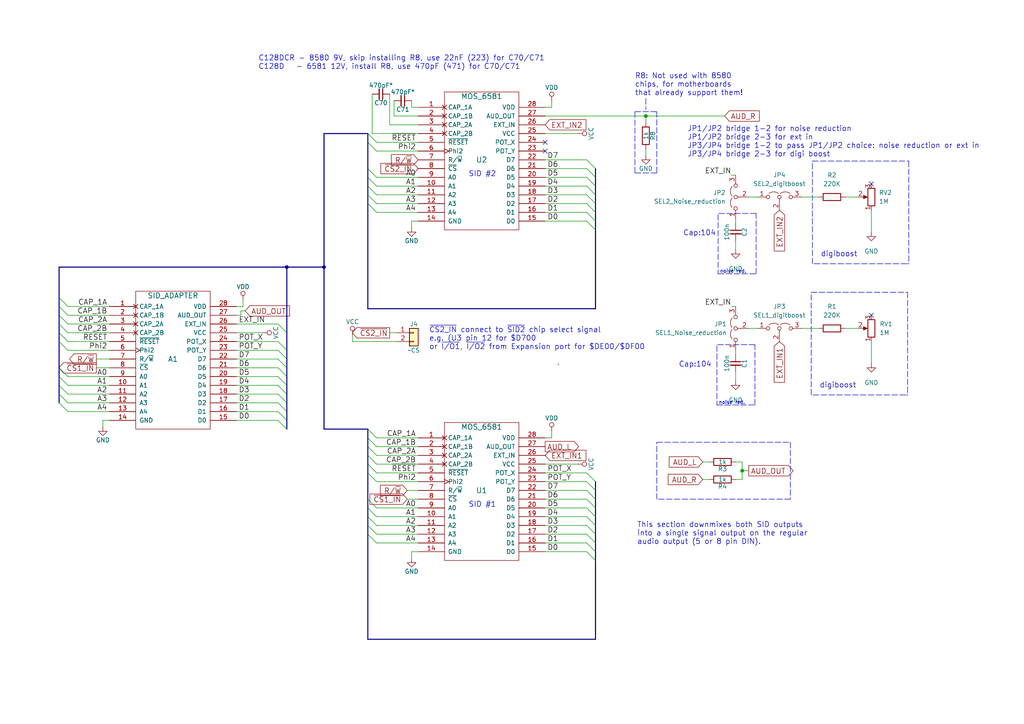
<source format=kicad_sch>
(kicad_sch (version 20211123) (generator eeschema)
  (paper "A4")
  (title_block (title "C128DCR DualSID") (date "2022-11-23") (rev "D") (company "YTM Enterprises") (comment 1 "and http://henning-liebenau.de/mixsid") (comment 2 "based on https://github.com/tebl/C64-Stereo-SID"))
  (lib_symbols
    (symbol "C64-Stereo-SID-rescue:C_Small" (pin_numbers hide) (pin_names (offset 0.254) hide)
      (property "Reference" "C" (at 0.254 1.778 0))
      (property "Value" "C_Small" (at 0.254 -2.032 0))
      (symbol "C_Small_0_1"
        (polyline (pts (xy -1.524 -0.508) (xy 1.524 -0.508)) (stroke (width 0.3302)))
        (polyline (pts (xy -1.524 0.508) (xy 1.524 0.508)) (stroke (width 0.3048)))
      )
      (symbol "C_Small_1_1"
        (pin passive line (at 0 2.54 270) (length 2.032) (name "~") (number "1"))
        (pin passive line (at 0 -2.54 90) (length 2.032) (name "~") (number "2"))
      )
    )
    (symbol "C64-Stereo-SID-rescue:Conn_01x02" (pin_names (offset 1.016) hide)
      (property "Reference" "J" (at 0 2.54 0))
      (property "Value" "Conn_01x02" (at 0 -5.08 0))
      (symbol "Conn_01x02_1_1"
        (rectangle (start -1.27 -2.413) (end 0 -2.667) (stroke (width 0.1524)))
        (rectangle (start -1.27 0.127) (end 0 -0.127) (stroke (width 0.1524)))
        (rectangle (start -1.27 1.27) (end 1.27 -3.81) (stroke (width 0.254)) (fill (type background)))
        (pin passive line (at -5.08 0 0) (length 3.81) (name "Pin_1") (number "1"))
        (pin passive line (at -5.08 -2.54 0) (length 3.81) (name "Pin_2") (number "2"))
      )
    )
    (symbol "C64-Stereo-SID-rescue:GND" (power) (pin_names (offset 0))
      (property "Value" "GND" (at 0 -3.81 0))
      (symbol "GND_0_1"
        (polyline (pts (xy 0 0) (xy 0 -1.27) (xy 1.27 -1.27) (xy 0 -2.54) (xy -1.27 -1.27) (xy 0 -1.27)))
      )
      (symbol "GND_1_1"
        (pin power_in line (at 0 0 270) (length 0) hide (name "GND") (number "1"))
      )
    )
    (symbol "C64-Stereo-SID-rescue:R" (pin_numbers hide) (pin_names (offset 0))
      (property "Reference" "R" (at 2.032 0 90))
      (property "Value" "R" (at 0 0 90))
      (symbol "R_0_1"
        (rectangle (start -1.016 -2.54) (end 1.016 2.54) (stroke (width 0.254)))
      )
      (symbol "R_1_1"
        (pin passive line (at 0 3.81 270) (length 1.27) (name "~") (number "1"))
        (pin passive line (at 0 -3.81 90) (length 1.27) (name "~") (number "2"))
      )
    )
    (symbol "C64-Stereo-SID-rescue:VCC" (power) (pin_names (offset 0))
      (property "Value" "VCC" (at 0 3.81 0))
      (symbol "VCC_0_1"
        (polyline (pts (xy 0 0) (xy 0 1.27)))
        (circle (center 0 1.905) (radius 0.635))
      )
      (symbol "VCC_1_1"
        (pin power_in line (at 0 0 90) (length 0) hide (name "VCC") (number "1"))
      )
    )
    (symbol "C64-Stereo-SID-rescue:VDD" (power) (pin_names (offset 0))
      (property "Value" "VDD" (at 0 3.81 0))
      (symbol "VDD_0_1"
        (polyline (pts (xy 0 0) (xy 0 1.27)))
        (circle (center 0 1.905) (radius 0.635))
      )
      (symbol "VDD_1_1"
        (pin power_in line (at 0 0 90) (length 0) hide (name "VDD") (number "1"))
      )
    )
    (symbol "Device:R" (pin_numbers hide) (pin_names (offset 0))
      (property "Reference" "R" (at 2.032 0 90))
      (property "Value" "R" (at 0 0 90))
      (symbol "R_0_1"
        (rectangle (start -1.016 -2.54) (end 1.016 2.54) (stroke (width 0.254)))
      )
      (symbol "R_1_1"
        (pin passive line (at 0 3.81 270) (length 1.27) (name "~") (number "1"))
        (pin passive line (at 0 -3.81 90) (length 1.27) (name "~") (number "2"))
      )
    )
    (symbol "Device:R_Potentiometer" (pin_names (offset 1.016) hide)
      (property "Reference" "RV" (at -4.445 0 90))
      (property "Value" "R_Potentiometer" (at -2.54 0 90))
      (symbol "R_Potentiometer_0_1"
        (polyline (pts (xy 2.54 0) (xy 1.524 0)))
        (polyline (pts (xy 1.143 0) (xy 2.286 0.508) (xy 2.286 -0.508) (xy 1.143 0)) (fill (type outline)))
        (rectangle (start 1.016 2.54) (end -1.016 -2.54) (stroke (width 0.254)))
      )
      (symbol "R_Potentiometer_1_1"
        (pin passive line (at 0 3.81 270) (length 1.27) (name "1") (number "1"))
        (pin passive line (at 3.81 0 180) (length 1.27) (name "2") (number "2"))
        (pin passive line (at 0 -3.81 90) (length 1.27) (name "3") (number "3"))
      )
    )
    (symbol "Jumper:Jumper_3_Open" (pin_names (offset 0) hide)
      (property "Reference" "JP" (at -2.54 -2.54 0))
      (property "Value" "Jumper_3_Open" (at 0 2.794 0))
      (symbol "Jumper_3_Open_0_0"
        (circle (center -3.302 0) (radius 0.508))
        (circle (center 0 0) (radius 0.508))
        (circle (center 3.302 0) (radius 0.508))
      )
      (symbol "Jumper_3_Open_0_1"
        (arc (start -0.254 1.016) (mid -1.651 1.4992) (end -3.048 1.016))
        (polyline (pts (xy 0 -0.508) (xy 0 -1.27)))
        (arc (start 3.048 1.016) (mid 1.651 1.4992) (end 0.254 1.016))
      )
      (symbol "Jumper_3_Open_1_1"
        (pin passive line (at -6.35 0 0) (length 2.54) (name "A") (number "1"))
        (pin passive line (at 0 -3.81 90) (length 2.54) (name "C") (number "2"))
        (pin passive line (at 6.35 0 180) (length 2.54) (name "B") (number "3"))
      )
    )
    (symbol "mos_6581:MOS_6581" (pin_names (offset 1.016))
      (property "Reference" "U" (at 0 -7.62 0))
      (property "Value" "MOS_6581" (at 0 10.795 0))
      (symbol "MOS_6581_0_1"
        (rectangle (start -10.795 12.065) (end 10.795 -27.94))
      )
      (symbol "MOS_6581_1_1"
        (pin passive non_logic (at -18.415 7.62 0) (length 7.62) (name "CAP_1A") (number "1"))
        (pin input line (at -18.415 -15.24 0) (length 7.62) (name "A1") (number "10"))
        (pin input line (at -18.415 -17.78 0) (length 7.62) (name "A2") (number "11"))
        (pin input line (at -18.415 -20.32 0) (length 7.62) (name "A3") (number "12"))
        (pin input line (at -18.415 -22.86 0) (length 7.62) (name "A4") (number "13"))
        (pin power_in line (at -18.415 -25.4 0) (length 7.62) (name "GND") (number "14"))
        (pin bidirectional line (at 18.415 -25.4 180) (length 7.62) (name "D0") (number "15"))
        (pin bidirectional line (at 18.415 -22.86 180) (length 7.62) (name "D1") (number "16"))
        (pin bidirectional line (at 18.415 -20.32 180) (length 7.62) (name "D2") (number "17"))
        (pin bidirectional line (at 18.415 -17.78 180) (length 7.62) (name "D3") (number "18"))
        (pin bidirectional line (at 18.415 -15.24 180) (length 7.62) (name "D4") (number "19"))
        (pin passive non_logic (at -18.415 5.08 0) (length 7.62) (name "CAP_1B") (number "2"))
        (pin bidirectional line (at 18.415 -12.7 180) (length 7.62) (name "D5") (number "20"))
        (pin bidirectional line (at 18.415 -10.16 180) (length 7.62) (name "D6") (number "21"))
        (pin bidirectional line (at 18.415 -7.62 180) (length 7.62) (name "D7") (number "22"))
        (pin input line (at 18.415 -5.08 180) (length 7.62) (name "POT_Y") (number "23"))
        (pin input line (at 18.415 -2.54 180) (length 7.62) (name "POT_X") (number "24"))
        (pin power_in line (at 18.415 0 180) (length 7.62) (name "VCC") (number "25"))
        (pin input line (at 18.415 2.54 180) (length 7.62) (name "EXT_IN") (number "26"))
        (pin output line (at 18.415 5.08 180) (length 7.62) (name "AUD_OUT") (number "27"))
        (pin power_in line (at 18.415 7.62 180) (length 7.62) (name "VDD") (number "28"))
        (pin passive non_logic (at -18.415 2.54 0) (length 7.62) (name "CAP_2A") (number "3"))
        (pin passive non_logic (at -18.415 0 0) (length 7.62) (name "CAP_2B") (number "4"))
        (pin input line (at -18.415 -2.54 0) (length 7.62) (name "~{RESET}") (number "5"))
        (pin input clock (at -18.415 -5.08 0) (length 7.62) (name "Phi2") (number "6"))
        (pin input line (at -18.415 -7.62 0) (length 7.62) (name "R/~{W}") (number "7"))
        (pin input line (at -18.415 -10.16 0) (length 7.62) (name "~{CS}") (number "8"))
        (pin input line (at -18.415 -12.7 0) (length 7.62) (name "A0") (number "9"))
      )
    )
    (symbol "mos_6581:SID_ADAPTER" (pin_names (offset 1.016))
      (property "Reference" "U" (at 0 -7.62 0))
      (property "Value" "SID_ADAPTER" (at 0 10.795 0))
      (symbol "SID_ADAPTER_0_1"
        (rectangle (start -10.795 12.065) (end 10.795 -27.94))
      )
      (symbol "SID_ADAPTER_1_1"
        (pin passive non_logic (at -18.415 7.62 0) (length 7.62) (name "CAP_1A") (number "1"))
        (pin output line (at -18.415 -15.24 0) (length 7.62) (name "A1") (number "10"))
        (pin output line (at -18.415 -17.78 0) (length 7.62) (name "A2") (number "11"))
        (pin output line (at -18.415 -20.32 0) (length 7.62) (name "A3") (number "12"))
        (pin output line (at -18.415 -22.86 0) (length 7.62) (name "A4") (number "13"))
        (pin power_out line (at -18.415 -25.4 0) (length 7.62) (name "GND") (number "14"))
        (pin bidirectional line (at 18.415 -25.4 180) (length 7.62) (name "D0") (number "15"))
        (pin bidirectional line (at 18.415 -22.86 180) (length 7.62) (name "D1") (number "16"))
        (pin bidirectional line (at 18.415 -20.32 180) (length 7.62) (name "D2") (number "17"))
        (pin bidirectional line (at 18.415 -17.78 180) (length 7.62) (name "D3") (number "18"))
        (pin bidirectional line (at 18.415 -15.24 180) (length 7.62) (name "D4") (number "19"))
        (pin passive non_logic (at -18.415 5.08 0) (length 7.62) (name "CAP_1B") (number "2"))
        (pin bidirectional line (at 18.415 -12.7 180) (length 7.62) (name "D5") (number "20"))
        (pin bidirectional line (at 18.415 -10.16 180) (length 7.62) (name "D6") (number "21"))
        (pin bidirectional line (at 18.415 -7.62 180) (length 7.62) (name "D7") (number "22"))
        (pin output line (at 18.415 -5.08 180) (length 7.62) (name "POT_Y") (number "23"))
        (pin output line (at 18.415 -2.54 180) (length 7.62) (name "POT_X") (number "24"))
        (pin power_out line (at 18.415 0 180) (length 7.62) (name "VCC") (number "25"))
        (pin input line (at 18.415 2.54 180) (length 7.62) (name "EXT_IN") (number "26"))
        (pin input line (at 18.415 5.08 180) (length 7.62) (name "AUD_OUT") (number "27"))
        (pin power_out line (at 18.415 7.62 180) (length 7.62) (name "VDD") (number "28"))
        (pin passive non_logic (at -18.415 2.54 0) (length 7.62) (name "CAP_2A") (number "3"))
        (pin passive non_logic (at -18.415 0 0) (length 7.62) (name "CAP_2B") (number "4"))
        (pin output line (at -18.415 -2.54 0) (length 7.62) (name "~{RESET}") (number "5"))
        (pin output clock (at -18.415 -5.08 0) (length 7.62) (name "Phi2") (number "6"))
        (pin output line (at -18.415 -7.62 0) (length 7.62) (name "R/~{W}") (number "7"))
        (pin output line (at -18.415 -10.16 0) (length 7.62) (name "~{CS}") (number "8"))
        (pin output line (at -18.415 -12.7 0) (length 7.62) (name "A0") (number "9"))
      )
    )
  )
  (junction (at 93.98 77.47))
  (junction (at 187.325 33.655))
  (junction (at 215.265 136.525))
  (junction (at 83.185 77.47))
  (no_connect (at 158.115 41.275))
  (no_connect (at 252.73 53.34))
  (no_connect (at 158.115 43.815))
  (no_connect (at 252.73 91.44))
  (bus_entry (at 170.18 160.02) (size 2.54 2.54))
  (bus_entry (at 19.685 116.84) (size -2.54 -2.54))
  (bus_entry (at 19.685 111.76) (size -2.54 -2.54))
  (bus_entry (at 170.18 147.32) (size 2.54 2.54))
  (bus_entry (at 109.22 137.16) (size -2.54 -2.54))
  (bus_entry (at 80.645 111.76) (size 2.54 2.54))
  (bus_entry (at 80.645 99.06) (size 2.54 2.54))
  (bus_entry (at 170.18 64.135) (size 2.54 2.54))
  (bus_entry (at 19.685 99.06) (size -2.54 -2.54))
  (bus_entry (at 170.18 142.24) (size 2.54 2.54))
  (bus_entry (at 170.18 139.7) (size 2.54 2.54))
  (bus_entry (at 170.18 152.4) (size 2.54 2.54))
  (bus_entry (at 19.685 88.9) (size -2.54 -2.54))
  (bus_entry (at 170.18 137.16) (size 2.54 2.54))
  (bus_entry (at 170.18 154.94) (size 2.54 2.54))
  (bus_entry (at 19.685 91.44) (size -2.54 -2.54))
  (bus_entry (at 109.22 59.055) (size -2.54 -2.54))
  (bus_entry (at 170.18 144.78) (size 2.54 2.54))
  (bus_entry (at 80.645 121.92) (size 2.54 2.54))
  (bus_entry (at 109.22 41.275) (size -2.54 -2.54))
  (bus_entry (at 80.645 106.68) (size 2.54 2.54))
  (bus_entry (at 109.22 149.86) (size -2.54 -2.54))
  (bus_entry (at 80.645 93.98) (size 2.54 2.54))
  (bus_entry (at 170.18 157.48) (size 2.54 2.54))
  (bus_entry (at 170.18 51.435) (size 2.54 2.54))
  (bus_entry (at 80.645 101.6) (size 2.54 2.54))
  (bus_entry (at 170.18 53.975) (size 2.54 2.54))
  (bus_entry (at 80.645 109.22) (size 2.54 2.54))
  (bus_entry (at 80.645 114.3) (size 2.54 2.54))
  (bus_entry (at 109.22 56.515) (size -2.54 -2.54))
  (bus_entry (at 109.22 147.32) (size -2.54 -2.54))
  (bus_entry (at 170.18 56.515) (size 2.54 2.54))
  (bus_entry (at 170.18 149.86) (size 2.54 2.54))
  (bus_entry (at 109.22 157.48) (size -2.54 -2.54))
  (bus_entry (at 109.22 61.595) (size -2.54 -2.54))
  (bus_entry (at 109.22 127) (size -2.54 -2.54))
  (bus_entry (at 109.22 134.62) (size -2.54 -2.54))
  (bus_entry (at 109.22 152.4) (size -2.54 -2.54))
  (bus_entry (at 80.645 119.38) (size 2.54 2.54))
  (bus_entry (at 170.18 61.595) (size 2.54 2.54))
  (bus_entry (at 109.22 43.815) (size -2.54 -2.54))
  (bus_entry (at 109.22 51.435) (size -2.54 -2.54))
  (bus_entry (at 19.685 96.52) (size -2.54 -2.54))
  (bus_entry (at 80.645 116.84) (size 2.54 2.54))
  (bus_entry (at 170.18 46.355) (size 2.54 2.54))
  (bus_entry (at 80.645 104.14) (size 2.54 2.54))
  (bus_entry (at 109.22 139.7) (size -2.54 -2.54))
  (bus_entry (at 19.685 114.3) (size -2.54 -2.54))
  (bus_entry (at 170.18 48.895) (size 2.54 2.54))
  (bus_entry (at 109.22 53.975) (size -2.54 -2.54))
  (bus_entry (at 109.22 132.08) (size -2.54 -2.54))
  (bus_entry (at 170.18 59.055) (size 2.54 2.54))
  (bus_entry (at 19.685 101.6) (size -2.54 -2.54))
  (bus_entry (at 109.22 154.94) (size -2.54 -2.54))
  (bus_entry (at 109.22 129.54) (size -2.54 -2.54))
  (bus_entry (at 19.685 109.22) (size -2.54 -2.54))
  (bus_entry (at 19.685 119.38) (size -2.54 -2.54))
  (bus_entry (at 19.685 93.98) (size -2.54 -2.54))
  (bus (pts (xy 172.72 53.975) (xy 172.72 56.515)))
  (bus (pts (xy 106.68 154.94) (xy 106.68 185.42)))
  (bus (pts (xy 172.72 66.675) (xy 172.72 89.535)))
  (wire (pts (xy 121.285 139.7) (xy 109.22 139.7)))
  (bus (pts (xy 17.145 109.22) (xy 17.145 111.76)))
  (wire (pts (xy 119.38 64.135) (xy 119.38 66.04)))
  (wire (pts (xy 160.02 31.115) (xy 158.115 31.115)))
  (polyline (pts (xy 235.6299 46.7179) (xy 263.5922 46.7179)))
  (wire (pts (xy 31.75 101.6) (xy 19.685 101.6)))
  (polyline (pts (xy 235.2813 84.7712) (xy 263.2436 84.7712)))
  (polyline (pts (xy 208.28 62.23) (xy 208.28 79.4126)))
  (bus (pts (xy 17.145 111.76) (xy 17.145 114.3)))
  (wire (pts (xy 212.09 88.9) (xy 213.36 88.9)))
  (bus (pts (xy 17.145 114.3) (xy 17.145 116.84)))
  (wire (pts (xy 31.75 109.22) (xy 19.685 109.22)))
  (bus (pts (xy 172.72 154.94) (xy 172.72 157.48)))
  (bus (pts (xy 17.145 86.36) (xy 17.145 88.9)))
  (bus (pts (xy 172.72 61.595) (xy 172.72 64.135)))
  (polyline (pts (xy 184.15 32.385) (xy 190.5 32.385)))
  (wire (pts (xy 118.11 142.24) (xy 121.285 142.24)))
  (wire (pts (xy 252.73 99.06) (xy 252.73 105.41)))
  (wire (pts (xy 232.41 57.15) (xy 237.49 57.15)))
  (bus (pts (xy 172.72 157.48) (xy 172.72 160.02)))
  (wire (pts (xy 187.325 45.085) (xy 187.325 43.18)))
  (wire (pts (xy 121.285 59.055) (xy 109.22 59.055)))
  (bus (pts (xy 83.185 77.47) (xy 93.98 77.47)))
  (polyline (pts (xy 229.235 128.27) (xy 229.235 144.78)))
  (bus (pts (xy 106.68 59.055) (xy 106.68 89.535)))
  (wire (pts (xy 31.75 93.98) (xy 19.685 93.98)))
  (bus (pts (xy 83.185 116.84) (xy 83.185 119.38)))
  (bus (pts (xy 172.72 152.4) (xy 172.72 154.94)))
  (polyline (pts (xy 263.5922 46.7179) (xy 263.5922 76.5038)))
  (wire (pts (xy 170.18 160.02) (xy 158.115 160.02)))
  (bus (pts (xy 172.72 144.78) (xy 172.72 147.32)))
  (wire (pts (xy 121.285 43.815) (xy 109.22 43.815)))
  (wire (pts (xy 27.94 106.68) (xy 31.75 106.68)))
  (wire (pts (xy 70.485 86.995) (xy 70.485 88.9)))
  (wire (pts (xy 252.73 60.96) (xy 252.73 67.31)))
  (bus (pts (xy 93.98 124.46) (xy 93.98 77.47)))
  (wire (pts (xy 215.265 133.985) (xy 213.36 133.985)))
  (wire (pts (xy 170.18 61.595) (xy 158.115 61.595)))
  (bus (pts (xy 172.72 142.24) (xy 172.72 144.78)))
  (wire (pts (xy 121.285 154.94) (xy 109.22 154.94)))
  (polyline (pts (xy 263.2275 76.5038) (xy 263.5922 76.5038)))
  (bus (pts (xy 172.72 162.56) (xy 172.72 185.42)))
  (wire (pts (xy 170.18 142.24) (xy 158.115 142.24)))
  (wire (pts (xy 119.38 29.21) (xy 119.38 31.115)))
  (polyline (pts (xy 263.2436 84.7712) (xy 263.2436 114.5571)))
  (bus (pts (xy 83.185 109.22) (xy 83.185 111.76)))
  (wire (pts (xy 121.285 53.975) (xy 109.22 53.975)))
  (bus (pts (xy 17.145 96.52) (xy 17.145 99.06)))
  (polyline (pts (xy 161.9242 105.5335) (xy 161.9242 105.8577)))
  (wire (pts (xy 170.18 152.4) (xy 158.115 152.4)))
  (wire (pts (xy 119.38 160.02) (xy 119.38 161.925)))
  (wire (pts (xy 121.285 149.86) (xy 109.22 149.86)))
  (wire (pts (xy 114.3 29.21) (xy 114.3 33.655)))
  (bus (pts (xy 172.72 149.86) (xy 172.72 152.4)))
  (wire (pts (xy 170.18 147.32) (xy 158.115 147.32)))
  (bus (pts (xy 93.98 77.47) (xy 93.98 38.735)))
  (wire (pts (xy 170.18 149.86) (xy 158.115 149.86)))
  (wire (pts (xy 245.11 57.15) (xy 248.92 57.15)))
  (wire (pts (xy 80.645 119.38) (xy 68.58 119.38)))
  (polyline (pts (xy 235.6299 76.5038) (xy 235.6299 46.7179)))
  (polyline (pts (xy 218.9542 99.9591) (xy 207.9314 99.9591)))
  (bus (pts (xy 106.68 51.435) (xy 106.68 53.975)))
  (polyline (pts (xy 235.2813 114.5571) (xy 235.2813 84.7712)))
  (wire (pts (xy 215.265 136.525) (xy 215.265 139.065)))
  (bus (pts (xy 17.145 93.98) (xy 17.145 96.52)))
  (bus (pts (xy 17.145 77.47) (xy 17.145 86.36)))
  (wire (pts (xy 80.645 106.68) (xy 68.58 106.68)))
  (bus (pts (xy 106.68 149.86) (xy 106.68 152.4)))
  (wire (pts (xy 121.285 137.16) (xy 109.22 137.16)))
  (wire (pts (xy 158.115 134.62) (xy 167.64 134.62)))
  (wire (pts (xy 80.645 101.6) (xy 68.58 101.6)))
  (wire (pts (xy 113.03 96.52) (xy 114.935 96.52)))
  (wire (pts (xy 215.265 133.985) (xy 215.265 136.525)))
  (wire (pts (xy 170.18 137.16) (xy 158.115 137.16)))
  (polyline (pts (xy 190.5 128.27) (xy 229.235 128.27)))
  (bus (pts (xy 83.185 111.76) (xy 83.185 114.3)))
  (polyline (pts (xy 190.5 144.78) (xy 190.5 128.27)))
  (wire (pts (xy 102.235 97.155) (xy 102.235 99.06)))
  (wire (pts (xy 187.325 33.655) (xy 210.185 33.655)))
  (bus (pts (xy 17.145 106.68) (xy 17.145 109.22)))
  (bus (pts (xy 172.72 48.895) (xy 172.72 51.435)))
  (wire (pts (xy 217.17 95.25) (xy 219.71 95.25)))
  (polyline (pts (xy 184.15 50.165) (xy 184.15 32.385)))
  (wire (pts (xy 31.75 121.92) (xy 29.845 121.92)))
  (wire (pts (xy 158.115 33.655) (xy 187.325 33.655)))
  (bus (pts (xy 106.68 144.78) (xy 106.68 147.32)))
  (bus (pts (xy 106.68 48.895) (xy 106.68 51.435)))
  (wire (pts (xy 31.75 96.52) (xy 19.685 96.52)))
  (bus (pts (xy 172.72 56.515) (xy 172.72 59.055)))
  (wire (pts (xy 203.835 139.065) (xy 205.74 139.065)))
  (polyline (pts (xy 208.28 79.4126) (xy 219.3028 79.4126)))
  (wire (pts (xy 107.95 38.735) (xy 121.285 38.735)))
  (polyline (pts (xy 262.9843 76.5038) (xy 235.6299 76.5038)))
  (wire (pts (xy 31.75 88.9) (xy 19.685 88.9)))
  (wire (pts (xy 121.285 134.62) (xy 109.22 134.62)))
  (wire (pts (xy 170.18 51.435) (xy 158.115 51.435)))
  (wire (pts (xy 80.645 111.76) (xy 68.58 111.76)))
  (bus (pts (xy 83.185 119.38) (xy 83.185 121.92)))
  (wire (pts (xy 121.285 132.08) (xy 109.22 132.08)))
  (wire (pts (xy 31.75 119.38) (xy 19.685 119.38)))
  (polyline (pts (xy 219.3028 61.9058) (xy 208.28 61.9058)))
  (wire (pts (xy 121.285 152.4) (xy 109.22 152.4)))
  (polyline (pts (xy 262.8789 114.5571) (xy 263.2436 114.5571)))
  (bus (pts (xy 93.98 38.735) (xy 106.68 38.735)))
  (wire (pts (xy 170.18 59.055) (xy 158.115 59.055)))
  (wire (pts (xy 160.02 29.21) (xy 160.02 31.115)))
  (wire (pts (xy 213.36 63.5) (xy 213.36 64.77)))
  (polyline (pts (xy 229.235 144.78) (xy 190.5 144.78)))
  (wire (pts (xy 31.75 116.84) (xy 19.685 116.84)))
  (wire (pts (xy 213.36 69.85) (xy 213.36 72.39)))
  (wire (pts (xy 213.36 101.6) (xy 213.36 102.87)))
  (wire (pts (xy 118.11 144.78) (xy 121.285 144.78)))
  (wire (pts (xy 69.85 91.44) (xy 68.58 91.44)))
  (bus (pts (xy 106.68 134.62) (xy 106.68 137.16)))
  (bus (pts (xy 106.68 124.46) (xy 106.68 127)))
  (polyline (pts (xy 190.5 32.385) (xy 190.5 50.165)))
  (wire (pts (xy 160.02 127) (xy 158.115 127)))
  (wire (pts (xy 107.95 27.305) (xy 107.95 38.735)))
  (wire (pts (xy 170.18 144.78) (xy 158.115 144.78)))
  (wire (pts (xy 121.285 56.515) (xy 109.22 56.515)))
  (bus (pts (xy 83.185 121.92) (xy 83.185 124.46)))
  (wire (pts (xy 113.03 36.195) (xy 121.285 36.195)))
  (wire (pts (xy 170.18 139.7) (xy 158.115 139.7)))
  (wire (pts (xy 70.485 88.9) (xy 68.58 88.9)))
  (bus (pts (xy 106.68 137.16) (xy 106.68 144.78)))
  (bus (pts (xy 172.72 64.135) (xy 172.72 66.675)))
  (wire (pts (xy 113.03 27.305) (xy 113.03 36.195)))
  (bus (pts (xy 17.145 91.44) (xy 17.145 93.98)))
  (wire (pts (xy 121.285 129.54) (xy 109.22 129.54)))
  (wire (pts (xy 119.38 31.115) (xy 121.285 31.115)))
  (wire (pts (xy 68.58 96.52) (xy 76.2 96.52)))
  (bus (pts (xy 93.98 124.46) (xy 106.68 124.46)))
  (bus (pts (xy 106.68 152.4) (xy 106.68 154.94)))
  (bus (pts (xy 106.68 53.975) (xy 106.68 56.515)))
  (wire (pts (xy 170.18 56.515) (xy 158.115 56.515)))
  (wire (pts (xy 215.265 139.065) (xy 213.36 139.065)))
  (bus (pts (xy 83.185 77.47) (xy 83.185 96.52)))
  (bus (pts (xy 106.68 132.08) (xy 106.68 134.62)))
  (bus (pts (xy 17.145 77.47) (xy 83.185 77.47)))
  (wire (pts (xy 170.18 48.895) (xy 158.115 48.895)))
  (wire (pts (xy 217.17 57.15) (xy 219.71 57.15)))
  (polyline (pts (xy 187.325 28.575) (xy 187.325 31.75)))
  (wire (pts (xy 217.17 136.525) (xy 215.265 136.525)))
  (bus (pts (xy 106.68 56.515) (xy 106.68 59.055)))
  (wire (pts (xy 121.285 51.435) (xy 109.22 51.435)))
  (bus (pts (xy 106.68 89.535) (xy 172.72 89.535)))
  (wire (pts (xy 80.645 114.3) (xy 68.58 114.3)))
  (wire (pts (xy 69.85 90.17) (xy 69.85 91.44)))
  (bus (pts (xy 172.72 51.435) (xy 172.72 53.975)))
  (wire (pts (xy 31.75 99.06) (xy 19.685 99.06)))
  (polyline (pts (xy 262.6357 114.5571) (xy 235.2813 114.5571)))
  (bus (pts (xy 172.72 139.7) (xy 172.72 142.24)))
  (wire (pts (xy 170.18 53.975) (xy 158.115 53.975)))
  (wire (pts (xy 245.11 95.25) (xy 248.92 95.25)))
  (bus (pts (xy 172.72 59.055) (xy 172.72 61.595)))
  (wire (pts (xy 80.645 93.98) (xy 68.58 93.98)))
  (polyline (pts (xy 190.5 50.165) (xy 184.15 50.165)))
  (wire (pts (xy 121.285 61.595) (xy 109.22 61.595)))
  (wire (pts (xy 80.645 116.84) (xy 68.58 116.84)))
  (wire (pts (xy 71.12 90.17) (xy 69.85 90.17)))
  (bus (pts (xy 106.68 147.32) (xy 106.68 149.86)))
  (polyline (pts (xy 218.9542 117.4659) (xy 218.9542 99.9591)))
  (bus (pts (xy 106.68 38.735) (xy 106.68 41.275)))
  (wire (pts (xy 158.115 38.735) (xy 167.64 38.735)))
  (wire (pts (xy 205.74 133.985) (xy 203.835 133.985)))
  (wire (pts (xy 27.94 104.14) (xy 31.75 104.14)))
  (wire (pts (xy 212.09 50.8) (xy 213.36 50.8)))
  (bus (pts (xy 17.145 88.9) (xy 17.145 91.44)))
  (bus (pts (xy 17.145 99.06) (xy 17.145 106.68)))
  (wire (pts (xy 170.18 64.135) (xy 158.115 64.135)))
  (bus (pts (xy 172.72 147.32) (xy 172.72 149.86)))
  (wire (pts (xy 80.645 109.22) (xy 68.58 109.22)))
  (wire (pts (xy 160.02 125.095) (xy 160.02 127)))
  (wire (pts (xy 31.75 111.76) (xy 19.685 111.76)))
  (bus (pts (xy 106.68 127) (xy 106.68 129.54)))
  (wire (pts (xy 31.75 114.3) (xy 19.685 114.3)))
  (bus (pts (xy 83.185 106.68) (xy 83.185 109.22)))
  (wire (pts (xy 170.18 46.355) (xy 158.115 46.355)))
  (bus (pts (xy 172.72 185.42) (xy 106.68 185.42)))
  (bus (pts (xy 83.185 114.3) (xy 83.185 116.84)))
  (wire (pts (xy 121.285 41.275) (xy 109.22 41.275)))
  (wire (pts (xy 31.75 91.44) (xy 19.685 91.44)))
  (wire (pts (xy 80.645 121.92) (xy 68.58 121.92)))
  (wire (pts (xy 114.3 33.655) (xy 121.285 33.655)))
  (wire (pts (xy 187.325 33.655) (xy 187.325 35.56)))
  (wire (pts (xy 170.18 154.94) (xy 158.115 154.94)))
  (bus (pts (xy 83.185 104.14) (xy 83.185 106.68)))
  (wire (pts (xy 121.285 127) (xy 109.22 127)))
  (bus (pts (xy 83.185 96.52) (xy 83.185 101.6)))
  (wire (pts (xy 80.645 104.14) (xy 68.58 104.14)))
  (wire (pts (xy 121.285 147.32) (xy 109.22 147.32)))
  (polyline (pts (xy 207.9314 100.2833) (xy 207.9314 117.4659)))
  (polyline (pts (xy 207.9314 117.4659) (xy 218.9542 117.4659)))
  (wire (pts (xy 170.18 157.48) (xy 158.115 157.48)))
  (wire (pts (xy 80.645 99.06) (xy 68.58 99.06)))
  (wire (pts (xy 29.845 121.92) (xy 29.845 123.825)))
  (wire (pts (xy 121.285 157.48) (xy 109.22 157.48)))
  (polyline (pts (xy 219.3028 79.4126) (xy 219.3028 61.9058)))
  (wire (pts (xy 102.235 99.06) (xy 114.935 99.06)))
  (wire (pts (xy 232.41 95.25) (xy 237.49 95.25)))
  (wire (pts (xy 121.285 64.135) (xy 119.38 64.135)))
  (bus (pts (xy 83.185 101.6) (xy 83.185 104.14)))
  (bus (pts (xy 106.68 41.275) (xy 106.68 48.895)))
  (wire (pts (xy 213.36 107.95) (xy 213.36 110.49)))
  (bus (pts (xy 106.68 129.54) (xy 106.68 132.08)))
  (bus (pts (xy 172.72 160.02) (xy 172.72 162.56)))
  (wire (pts (xy 121.285 160.02) (xy 119.38 160.02)))
  (text "~{CS2_IN} connect to ~{SID2} chip select signal\ne.g. (U3 pin 12 for $D700\nor ~{I/O1}, ~{I/O2} from Expansion port for $DE00/$DF00" (at 124.46 101.6 0) (effects (font (size 1.524 1.524)) (justify left bottom)))
  (text "SID #2" (at 135.89 51.435 0) (effects (font (size 1.524 1.524)) (justify left bottom)))
  (text "Cap:104" (at 196.85 106.68 0) (effects (font (size 1.524 1.524)) (justify left bottom)))
  (text "digiboost" (at 238.0614 74.6802 0) (effects (font (size 1.524 1.524)) (justify left bottom)))
  (text "digiboost" (at 237.7128 112.7335 0) (effects (font (size 1.524 1.524)) (justify left bottom)))
  (text "noise red." (at 208.4177 117.4659 0) (effects (font (size 1 1)) (justify left bottom)))
  (text "Cap:104" (at 198.12 68.58 0) (effects (font (size 1.524 1.524)) (justify left bottom)))
  (text "JP1/JP2 bridge 1-2 for noise reduction\nJP1/JP2 bridge 2-3 for ext in\nJP3/JP4 bridge 1-2 to pass JP1/JP2 choice: noise reduction or ext in\nJP3/JP4 bridge 2-3 for digi boost" (at 199.39 45.72 0) (effects (font (size 1.524 1.524)) (justify left bottom)))
  (text "noise red." (at 208.7663 79.4126 0) (effects (font (size 1 1)) (justify left bottom)))
  (text "SID #1" (at 135.89 147.32 0) (effects (font (size 1.524 1.524)) (justify left bottom)))
  (text "This section downmixes both SID outputs\ninto a single signal output on the regular\naudio output (5 or 8 pin DIN)." (at 184.785 158.115 0) (effects (font (size 1.524 1.524)) (justify left bottom)))
  (text "C128DCR - 8580 9V, skip installing R8, use 22nF (223) for C70/C71\nC128D   - 6581 12V, install R8, use 470pF (471) for C70/C71\n" (at 74.93 20.32 0) (effects (font (size 1.524 1.524)) (justify left bottom)))
  (text "R8: Not used with 8580\nchips, for motherboards\nthat already support them!" (at 184.15 27.94 0) (effects (font (size 1.524 1.524)) (justify left bottom)))
  (label "D1" (at 158.75 157.48 0) (effects (font (size 1.524 1.524))))
  (label "A2" (at 120.65 56.515 180) (effects (font (size 1.524 1.524))))
  (label "A1" (at 120.65 149.86 180) (effects (font (size 1.524 1.524))))
  (label "Phi2" (at 120.65 139.7 180) (effects (font (size 1.524 1.524))))
  (label "D0" (at 69.215 121.92 0) (effects (font (size 1.524 1.524))))
  (label "~{RESET}" (at 120.65 41.275 180) (effects (font (size 1.524 1.524))))
  (label "D5" (at 158.75 51.435 0) (effects (font (size 1.524 1.524))))
  (label "D5" (at 158.75 147.32 0) (effects (font (size 1.524 1.524))))
  (label "A2" (at 120.65 152.4 180) (effects (font (size 1.524 1.524))))
  (label "Phi2" (at 120.65 43.815 180) (effects (font (size 1.524 1.524))))
  (label "A0" (at 31.115 109.22 180) (effects (font (size 1.524 1.524))))
  (label "D6" (at 158.75 48.895 0) (effects (font (size 1.524 1.524))))
  (label "D2" (at 69.215 116.84 0) (effects (font (size 1.524 1.524))))
  (label "D7" (at 158.75 46.355 0) (effects (font (size 1.524 1.524))))
  (label "A4" (at 120.65 61.595 180) (effects (font (size 1.524 1.524))))
  (label "D4" (at 158.75 53.975 0) (effects (font (size 1.524 1.524))))
  (label "CAP_2B" (at 31.115 96.52 180) (effects (font (size 1.524 1.524))))
  (label "CAP_1A" (at 120.65 127 180) (effects (font (size 1.524 1.524))))
  (label "D3" (at 69.215 114.3 0) (effects (font (size 1.524 1.524))))
  (label "D4" (at 69.215 111.76 0) (effects (font (size 1.524 1.524))))
  (label "~{RESET}" (at 120.65 137.16 180) (effects (font (size 1.524 1.524))))
  (label "Phi2" (at 31.115 101.6 180) (effects (font (size 1.524 1.524))))
  (label "D0" (at 158.75 64.135 0) (effects (font (size 1.524 1.524))))
  (label "A0" (at 120.65 51.435 180) (effects (font (size 1.524 1.524))))
  (label "D3" (at 158.75 152.4 0) (effects (font (size 1.524 1.524))))
  (label "D6" (at 158.75 144.78 0) (effects (font (size 1.524 1.524))))
  (label "A1" (at 31.115 111.76 180) (effects (font (size 1.524 1.524))))
  (label "EXT_IN" (at 212.09 50.8 180) (effects (font (size 1.524 1.524))))
  (label "A3" (at 120.65 59.055 180) (effects (font (size 1.524 1.524))))
  (label "A3" (at 31.115 116.84 180) (effects (font (size 1.524 1.524))))
  (label "CAP_2B" (at 120.65 134.62 180) (effects (font (size 1.524 1.524))))
  (label "CAP_1B" (at 31.115 91.44 180) (effects (font (size 1.524 1.524))))
  (label "CAP_1A" (at 31.115 88.9 180) (effects (font (size 1.524 1.524))))
  (label "~{RESET}" (at 31.115 99.06 180) (effects (font (size 1.524 1.524))))
  (label "CAP_2A" (at 120.65 132.08 180) (effects (font (size 1.524 1.524))))
  (label "D7" (at 158.75 142.24 0) (effects (font (size 1.524 1.524))))
  (label "EXT_IN" (at 69.215 93.98 0) (effects (font (size 1.524 1.524))))
  (label "POT_X" (at 158.75 137.16 0) (effects (font (size 1.524 1.524))))
  (label "POT_X" (at 69.215 99.06 0) (effects (font (size 1.524 1.524))))
  (label "POT_Y" (at 69.215 101.6 0) (effects (font (size 1.524 1.524))))
  (label "D0" (at 158.75 160.02 0) (effects (font (size 1.524 1.524))))
  (label "D1" (at 69.215 119.38 0) (effects (font (size 1.524 1.524))))
  (label "A4" (at 31.115 119.38 180) (effects (font (size 1.524 1.524))))
  (label "A4" (at 120.65 157.48 180) (effects (font (size 1.524 1.524))))
  (label "D4" (at 158.75 149.86 0) (effects (font (size 1.524 1.524))))
  (label "CAP_1B" (at 120.65 129.54 180) (effects (font (size 1.524 1.524))))
  (label "D6" (at 69.215 106.68 0) (effects (font (size 1.524 1.524))))
  (label "A3" (at 120.65 154.94 180) (effects (font (size 1.524 1.524))))
  (label "D1" (at 158.75 61.595 0) (effects (font (size 1.524 1.524))))
  (label "A0" (at 120.65 147.32 180) (effects (font (size 1.524 1.524))))
  (label "A1" (at 120.65 53.975 180) (effects (font (size 1.524 1.524))))
  (label "D2" (at 158.75 59.055 0) (effects (font (size 1.524 1.524))))
  (label "CAP_2A" (at 31.115 93.98 180) (effects (font (size 1.524 1.524))))
  (label "A2" (at 31.115 114.3 180) (effects (font (size 1.524 1.524))))
  (label "D5" (at 69.215 109.22 0) (effects (font (size 1.524 1.524))))
  (label "EXT_IN" (at 212.09 88.9 180) (effects (font (size 1.524 1.524))))
  (label "D3" (at 158.75 56.515 0) (effects (font (size 1.524 1.524))))
  (label "D2" (at 158.75 154.94 0) (effects (font (size 1.524 1.524))))
  (label "POT_Y" (at 158.75 139.7 0) (effects (font (size 1.524 1.524))))
  (label "D7" (at 69.215 104.14 0) (effects (font (size 1.524 1.524))))
  (global_label "EXT_IN2" (shape input) (at 158.115 36.195 0) (effects (font (size 1.524 1.524))) (property "Intersheet References" "${INTERSHEET_REFS}" (effects hide)))
  (global_label "EXT_IN2" (shape input) (at 226.06 60.96 270) (effects (font (size 1.524 1.524))) (property "Intersheet References" "${INTERSHEET_REFS}" (effects hide)))
  (global_label "EXT_IN1" (shape input) (at 226.06 99.06 270) (effects (font (size 1.524 1.524))) (property "Intersheet References" "${INTERSHEET_REFS}" (effects hide)))
  (global_label "~{CS2_IN}" (shape output) (at 113.03 96.52 180) (effects (font (size 1.524 1.524))) (property "Intersheet References" "${INTERSHEET_REFS}" (effects hide)))
  (global_label "AUD_R" (shape input) (at 210.185 33.655 0) (effects (font (size 1.524 1.524))) (property "Intersheet References" "${INTERSHEET_REFS}" (effects hide)))
  (global_label "EXT_IN1" (shape input) (at 158.115 132.08 0) (effects (font (size 1.524 1.524))) (property "Intersheet References" "${INTERSHEET_REFS}" (effects hide)))
  (global_label "R/~{W}" (shape input) (at 118.11 142.24 180) (effects (font (size 1.524 1.524))) (property "Intersheet References" "${INTERSHEET_REFS}" (effects hide)))
  (global_label "AUD_L" (shape input) (at 203.835 133.985 180) (effects (font (size 1.524 1.524))) (property "Intersheet References" "${INTERSHEET_REFS}" (effects hide)))
  (global_label "~{CS1_IN}" (shape input) (at 118.11 144.78 180) (effects (font (size 1.524 1.524))) (property "Intersheet References" "${INTERSHEET_REFS}" (effects hide)))
  (global_label "~{CS1_IN}" (shape output) (at 27.94 106.68 180) (effects (font (size 1.524 1.524))) (property "Intersheet References" "${INTERSHEET_REFS}" (effects hide)))
  (global_label "~{CS2_IN}" (shape input) (at 121.285 48.895 180) (effects (font (size 1.524 1.524))) (property "Intersheet References" "${INTERSHEET_REFS}" (effects hide)))
  (global_label "AUD_OUT" (shape input) (at 71.12 90.17 0) (effects (font (size 1.524 1.524))) (property "Intersheet References" "${INTERSHEET_REFS}" (effects hide)))
  (global_label "R/~{W}" (shape output) (at 27.94 104.14 180) (effects (font (size 1.524 1.524))) (property "Intersheet References" "${INTERSHEET_REFS}" (effects hide)))
  (global_label "AUD_L" (shape output) (at 158.115 129.54 0) (effects (font (size 1.524 1.524))) (property "Intersheet References" "${INTERSHEET_REFS}" (effects hide)))
  (global_label "AUD_OUT" (shape output) (at 217.17 136.525 0) (effects (font (size 1.524 1.524))) (property "Intersheet References" "${INTERSHEET_REFS}" (effects hide)))
  (global_label "R/~{W}" (shape input) (at 121.285 46.355 180) (effects (font (size 1.524 1.524))) (property "Intersheet References" "${INTERSHEET_REFS}" (effects hide)))
  (global_label "AUD_R" (shape input) (at 203.835 139.065 180) (effects (font (size 1.524 1.524))) (property "Intersheet References" "${INTERSHEET_REFS}" (effects hide)))
  (symbol (lib_id "mos_6581:MOS_6581") (at 139.7 134.62 0) (unit 1)
    (property "Reference" "U1" (at 139.7 142.24 0) (effects (font (size 1.524 1.524))))
    (property "Value" "MOS_6581" (at 139.7 123.825 0) (effects (font (size 1.524 1.524))))
    (property "Footprint" "Housings_DIP:DIP-28_W15.24mm_Socket" (effects hide))
  )
  (symbol (lib_id "mos_6581:SID_ADAPTER") (at 50.165 96.52 0) (unit 1)
    (property "Reference" "A1" (at 50.165 104.14 0) (effects (font (size 1.524 1.524))))
    (property "Value" "SID_ADAPTER" (at 50.165 85.725 0) (effects (font (size 1.524 1.524))))
    (property "Footprint" "MOS_6581:MOS_6581_Adapter" (effects hide))
  )
  (symbol (lib_id "C64-Stereo-SID-rescue:GND") (at 29.845 123.825 0) (unit 1)
    (property "Reference" "#PWR01" (effects hide))
    (property "Value" "GND" (at 29.845 127.635 0))
  )
  (symbol (lib_id "C64-Stereo-SID-rescue:VDD") (at 70.485 86.995 0) (unit 1)
    (property "Reference" "#PWR02" (effects hide))
    (property "Value" "VDD" (at 70.485 83.185 0))
  )
  (symbol (lib_id "C64-Stereo-SID-rescue:VCC") (at 76.2 96.52 270) (unit 1)
    (property "Reference" "#PWR03" (effects hide))
    (property "Value" "VCC" (at 80.01 96.52 0))
  )
  (symbol (lib_id "C64-Stereo-SID-rescue:GND") (at 119.38 161.925 0) (unit 1)
    (property "Reference" "#PWR04" (effects hide))
    (property "Value" "GND" (at 119.38 165.735 0))
  )
  (symbol (lib_id "C64-Stereo-SID-rescue:VDD") (at 160.02 125.095 0) (unit 1)
    (property "Reference" "#PWR05" (effects hide))
    (property "Value" "VDD" (at 160.02 121.285 0))
  )
  (symbol (lib_id "C64-Stereo-SID-rescue:VCC") (at 167.64 134.62 270) (unit 1)
    (property "Reference" "#PWR06" (effects hide))
    (property "Value" "VCC" (at 171.45 134.62 0))
  )
  (symbol (lib_id "mos_6581:MOS_6581") (at 139.7 38.735 0) (unit 1)
    (property "Reference" "U2" (at 139.7 46.355 0) (effects (font (size 1.524 1.524))))
    (property "Value" "MOS_6581" (at 139.7 27.94 0) (effects (font (size 1.524 1.524))))
    (property "Footprint" "Housings_DIP:DIP-28_W15.24mm_Socket" (effects hide))
  )
  (symbol (lib_id "C64-Stereo-SID-rescue:GND") (at 119.38 66.04 0) (unit 1)
    (property "Reference" "#PWR07" (effects hide))
    (property "Value" "GND" (at 119.38 69.85 0))
  )
  (symbol (lib_id "C64-Stereo-SID-rescue:VDD") (at 160.02 29.21 0) (unit 1)
    (property "Reference" "#PWR08" (effects hide))
    (property "Value" "VDD" (at 160.02 25.4 0))
  )
  (symbol (lib_id "C64-Stereo-SID-rescue:VCC") (at 167.64 38.735 270) (unit 1)
    (property "Reference" "#PWR09" (effects hide))
    (property "Value" "VCC" (at 171.45 38.735 0))
  )
  (symbol (lib_id "C64-Stereo-SID-rescue:C_Small") (at 116.84 29.21 270) (unit 1)
    (property "Reference" "C71" (at 116.84 31.75 90))
    (property "Value" "470pF*" (at 116.84 26.67 90))
    (property "Footprint" "Capacitors_THT:C_Disc_D4.7mm_W2.5mm_P5.00mm" (effects hide))
  )
  (symbol (lib_id "C64-Stereo-SID-rescue:C_Small") (at 110.49 27.305 270) (unit 1)
    (property "Reference" "C70" (at 110.49 29.845 90))
    (property "Value" "470pF*" (at 110.49 24.765 90))
    (property "Footprint" "Capacitors_THT:C_Disc_D4.7mm_W2.5mm_P5.00mm" (effects hide))
  )
  (symbol (lib_id "C64-Stereo-SID-rescue:R") (at 187.325 39.37 0) (unit 1)
    (property "Reference" "R8" (at 189.357 39.37 90))
    (property "Value" "1k" (at 187.325 39.37 90))
    (property "Footprint" "Resistors_THT:R_Axial_DIN0207_L6.3mm_D2.5mm_P10.16mm_Horizontal" (effects hide))
  )
  (symbol (lib_id "C64-Stereo-SID-rescue:GND") (at 187.325 45.085 0) (unit 1)
    (property "Reference" "#PWR013" (effects hide))
    (property "Value" "GND" (at 187.325 48.895 0))
  )
  (symbol (lib_id "C64-Stereo-SID-rescue:VCC") (at 102.235 97.155 0) (unit 1)
    (property "Reference" "#PWR015" (effects hide))
    (property "Value" "VCC" (at 102.235 93.345 0))
  )
  (symbol (lib_id "C64-Stereo-SID-rescue:Conn_01x02") (at 120.015 96.52 0) (unit 1)
    (property "Reference" "J4" (at 120.015 93.98 0))
    (property "Value" "~CS" (at 120.015 101.6 0))
    (property "Footprint" "Pin_Headers:Pin_Header_Straight_1x02_Pitch2.54mm" (effects hide))
  )
  (symbol (lib_id "C64-Stereo-SID-rescue:R") (at 209.55 133.985 270) (unit 1)
    (property "Reference" "R3" (at 209.55 136.017 90))
    (property "Value" "1k" (at 209.55 133.985 90))
    (property "Footprint" "Resistor_THT:R_Axial_DIN0207_L6.3mm_D2.5mm_P10.16mm_Horizontal" (effects hide))
  )
  (symbol (lib_id "C64-Stereo-SID-rescue:R") (at 209.55 139.065 270) (unit 1)
    (property "Reference" "R4" (at 209.55 141.097 90))
    (property "Value" "1k" (at 209.55 139.065 90))
    (property "Footprint" "Resistor_THT:R_Axial_DIN0207_L6.3mm_D2.5mm_P10.16mm_Horizontal" (effects hide))
  )
  (symbol (lib_id "Device:R_Potentiometer") (at 252.73 57.15 180) (unit 1)
    (property "Reference" "RV2" (at 254.9214 55.8799 0) (effects (justify right)))
    (property "Value" "1M" (at 254.9214 58.4199 0) (effects (justify right)))
    (property "Footprint" "Potentiometer_THT:Potentiometer_Piher_PT-10-V05_Vertical" (effects hide))
  )
  (symbol (lib_id "Device:R_Potentiometer") (at 252.73 95.25 180) (unit 1)
    (property "Reference" "RV1" (at 255.1173 93.9799 0) (effects (justify right)))
    (property "Value" "1M" (at 255.1173 96.5199 0) (effects (justify right)))
    (property "Footprint" "Potentiometer_THT:Potentiometer_Piher_PT-10-V05_Vertical" (effects hide))
  )
  (symbol (lib_id "C64-Stereo-SID-rescue:C_Small") (at 213.36 105.41 0) (unit 1)
    (property "Reference" "C1" (at 215.9 105.41 90))
    (property "Value" "100n" (at 210.82 105.41 90))
    (property "Footprint" "Capacitor_THT:C_Disc_D4.7mm_W2.5mm_P5.00mm" (effects hide))
  )
  (symbol (lib_id "Device:R") (at 241.3 57.15 90) (unit 1)
    (property "Reference" "R2" (at 241.3 50.8 90))
    (property "Value" "220K" (at 241.3 53.34 90))
    (property "Footprint" "Resistor_THT:R_Axial_DIN0207_L6.3mm_D2.5mm_P10.16mm_Horizontal" (effects hide))
  )
  (symbol (lib_id "C64-Stereo-SID-rescue:GND") (at 213.36 72.39 0) (unit 1)
    (property "Reference" "#PWR010" (effects hide))
    (property "Value" "GND" (at 213.36 77.96 0))
  )
  (symbol (lib_id "C64-Stereo-SID-rescue:GND") (at 252.73 67.31 0) (unit 1)
    (property "Reference" "#PWR012" (effects hide))
    (property "Value" "GND" (at 252.73 72.88 0))
  )
  (symbol (lib_id "C64-Stereo-SID-rescue:GND") (at 213.36 110.49 0) (unit 1)
    (property "Reference" "#PWR011" (effects hide))
    (property "Value" "GND" (at 213.36 116.06 0))
  )
  (symbol (lib_id "Jumper:Jumper_3_Open") (at 226.06 95.25 0) (unit 1)
    (property "Reference" "JP3" (at 226.06 88.9 0))
    (property "Value" "SEL1_digitboost" (at 226.06 91.44 0))
    (property "Footprint" "Connector_PinHeader_2.54mm:PinHeader_1x03_P2.54mm_Vertical" (effects hide))
  )
  (symbol (lib_id "C64-Stereo-SID-rescue:C_Small") (at 213.36 67.31 0) (unit 1)
    (property "Reference" "C2" (at 215.9 67.31 90))
    (property "Value" "100n" (at 210.82 67.31 90))
    (property "Footprint" "Capacitor_THT:C_Disc_D4.7mm_W2.5mm_P5.00mm" (effects hide))
  )
  (symbol (lib_id "Jumper:Jumper_3_Open") (at 213.36 57.15 90) (unit 1)
    (property "Reference" "JP2" (at 210.4714 55.8799 90) (effects (justify left)))
    (property "Value" "SEL2_Noise_reduction" (at 210.4714 58.4199 90) (effects (justify left)))
    (property "Footprint" "Connector_PinHeader_2.54mm:PinHeader_1x03_P2.54mm_Vertical" (effects hide))
  )
  (symbol (lib_id "Jumper:Jumper_3_Open") (at 213.36 95.25 90) (unit 1)
    (property "Reference" "JP1" (at 210.82 93.9799 90) (effects (justify left)))
    (property "Value" "SEL1_Noise_reduction" (at 210.82 96.5199 90) (effects (justify left)))
    (property "Footprint" "Connector_PinHeader_2.54mm:PinHeader_1x03_P2.54mm_Vertical" (effects hide))
  )
  (symbol (lib_id "Jumper:Jumper_3_Open") (at 226.06 57.15 0) (unit 1)
    (property "Reference" "JP4" (at 226.06 50.7533 0))
    (property "Value" "SEL2_digitboost" (at 226.06 53.2933 0))
    (property "Footprint" "Connector_PinHeader_2.54mm:PinHeader_1x03_P2.54mm_Vertical" (effects hide))
  )
  (symbol (lib_id "Device:R") (at 241.3 95.25 90) (unit 1)
    (property "Reference" "R1" (at 241.3 88.9 90))
    (property "Value" "220K" (at 241.3 91.44 90))
    (property "Footprint" "Resistor_THT:R_Axial_DIN0207_L6.3mm_D2.5mm_P10.16mm_Horizontal" (effects hide))
  )
  (symbol (lib_id "C64-Stereo-SID-rescue:GND") (at 252.73 105.41 0) (unit 1)
    (property "Reference" "#PWR014" (effects hide))
    (property "Value" "GND" (at 252.73 110.98 0))
  )
)
</source>
